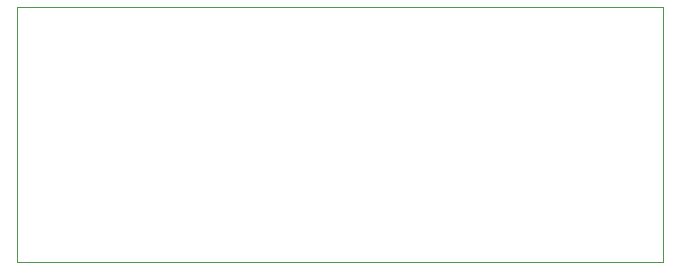
<source format=gbr>
%TF.GenerationSoftware,KiCad,Pcbnew,(7.0.0)*%
%TF.CreationDate,2023-03-06T00:02:43-06:00*%
%TF.ProjectId,RF Signal Source,52462053-6967-46e6-916c-20536f757263,rev?*%
%TF.SameCoordinates,Original*%
%TF.FileFunction,Profile,NP*%
%FSLAX46Y46*%
G04 Gerber Fmt 4.6, Leading zero omitted, Abs format (unit mm)*
G04 Created by KiCad (PCBNEW (7.0.0)) date 2023-03-06 00:02:43*
%MOMM*%
%LPD*%
G01*
G04 APERTURE LIST*
%TA.AperFunction,Profile*%
%ADD10C,0.100000*%
%TD*%
G04 APERTURE END LIST*
D10*
X147190925Y-77470000D02*
X201930000Y-77470000D01*
X201930000Y-77470000D02*
X201930000Y-99060000D01*
X201930000Y-99060000D02*
X147190925Y-99060000D01*
X147190925Y-99060000D02*
X147190925Y-77470000D01*
M02*

</source>
